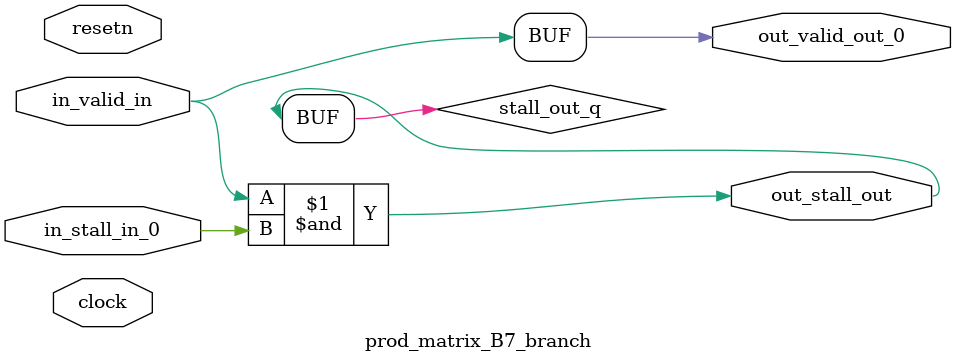
<source format=sv>



(* altera_attribute = "-name AUTO_SHIFT_REGISTER_RECOGNITION OFF; -name MESSAGE_DISABLE 10036; -name MESSAGE_DISABLE 10037; -name MESSAGE_DISABLE 14130; -name MESSAGE_DISABLE 14320; -name MESSAGE_DISABLE 15400; -name MESSAGE_DISABLE 14130; -name MESSAGE_DISABLE 10036; -name MESSAGE_DISABLE 12020; -name MESSAGE_DISABLE 12030; -name MESSAGE_DISABLE 12010; -name MESSAGE_DISABLE 12110; -name MESSAGE_DISABLE 14320; -name MESSAGE_DISABLE 13410; -name MESSAGE_DISABLE 113007; -name MESSAGE_DISABLE 10958" *)
module prod_matrix_B7_branch (
    input wire [0:0] in_stall_in_0,
    input wire [0:0] in_valid_in,
    output wire [0:0] out_stall_out,
    output wire [0:0] out_valid_out_0,
    input wire clock,
    input wire resetn
    );

    wire [0:0] stall_out_q;


    // stall_out(LOGICAL,6)
    assign stall_out_q = in_valid_in & in_stall_in_0;

    // out_stall_out(GPOUT,4)
    assign out_stall_out = stall_out_q;

    // out_valid_out_0(GPOUT,5)
    assign out_valid_out_0 = in_valid_in;

endmodule

</source>
